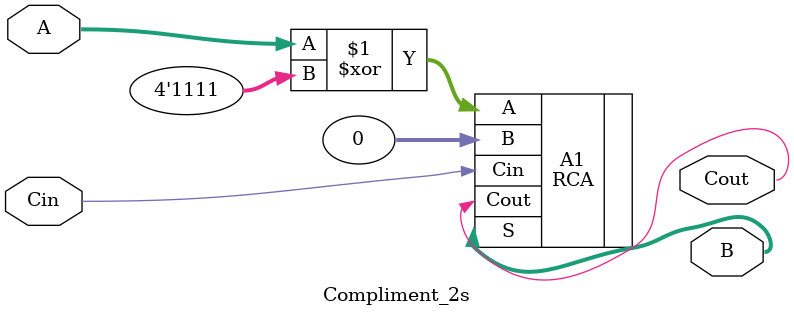
<source format=v>
`timescale 1ns / 1ps
module Compliment_2s(
    input [3:0] A,
	 input Cin,
    output [3:0] B,
	 output Cout
    ); 
RCA A1(.A(A^4'b1111), .B(0), .Cin(Cin), .S(B), .Cout(Cout));

endmodule

</source>
